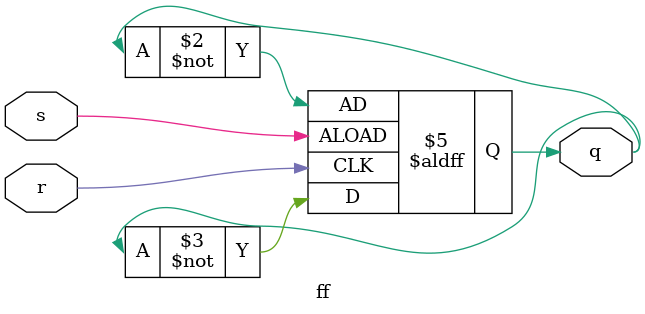
<source format=v>
module ff(input s, r,
		  output reg q=0);
		  
	always @(posedge s, posedge r) begin
		if(s) q <= ~q;
		else q <= ~q;
		//q <= ~q;
		end 

endmodule		
</source>
